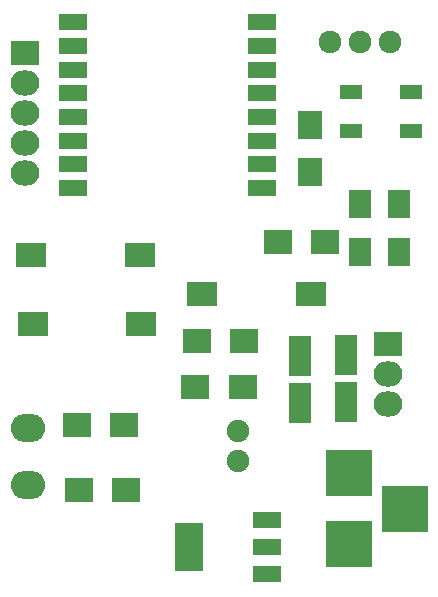
<source format=gts>
G04 #@! TF.FileFunction,Soldermask,Top*
%FSLAX46Y46*%
G04 Gerber Fmt 4.6, Leading zero omitted, Abs format (unit mm)*
G04 Created by KiCad (PCBNEW (2015-08-30 BZR 6134, Git 4e94d52)-product) date 03-Sep-15 9:45:36 PM*
%MOMM*%
G01*
G04 APERTURE LIST*
%ADD10C,0.100000*%
%ADD11R,2.100000X2.400000*%
%ADD12R,3.900120X3.900120*%
%ADD13R,2.400000X2.000000*%
%ADD14R,1.901140X3.399740*%
%ADD15R,1.924000X2.432000*%
%ADD16R,2.432000X2.127200*%
%ADD17O,2.432000X2.127200*%
%ADD18R,2.400000X2.100000*%
%ADD19C,1.924000*%
%ADD20R,2.580000X2.000000*%
%ADD21R,2.432000X4.057600*%
%ADD22R,2.432000X1.416000*%
%ADD23R,1.900000X1.300000*%
%ADD24O,2.899360X2.398980*%
%ADD25R,2.400000X1.400000*%
%ADD26C,1.901140*%
G04 APERTURE END LIST*
D10*
D11*
X165358000Y-90139000D03*
X165358000Y-86139000D03*
D12*
X168660000Y-115593860D03*
X168660000Y-121593340D03*
X173359000Y-118593600D03*
D13*
X145578000Y-111507000D03*
X149578000Y-111507000D03*
X145725320Y-117051820D03*
X149725320Y-117051820D03*
D14*
X164517260Y-105665000D03*
X164517260Y-109662960D03*
X168406000Y-105604040D03*
X168406000Y-109602000D03*
D15*
X172851000Y-92838000D03*
X169549000Y-92838000D03*
X172851000Y-96902000D03*
X169549000Y-96902000D03*
D16*
X171885800Y-104699800D03*
D17*
X171885800Y-107239800D03*
X171885800Y-109779800D03*
D16*
X141228000Y-80011000D03*
D17*
X141228000Y-82551000D03*
X141228000Y-85091000D03*
X141228000Y-87631000D03*
X141228000Y-90171000D03*
D18*
X155611000Y-108332000D03*
X159611000Y-108332000D03*
X159738000Y-104395000D03*
X155738000Y-104395000D03*
X162596000Y-96013000D03*
X166596000Y-96013000D03*
D19*
X169549000Y-79122000D03*
X172089000Y-79122000D03*
X167009000Y-79122000D03*
D20*
X156183570Y-100455680D03*
X165388430Y-100460320D03*
X151037430Y-103000320D03*
X141832570Y-102995680D03*
X141705570Y-97153680D03*
X150910430Y-97158320D03*
D21*
X155040520Y-121885440D03*
D22*
X161644520Y-121885440D03*
X161644520Y-119599440D03*
X161644520Y-124171440D03*
D23*
X173877000Y-86614000D03*
X173877000Y-83314000D03*
X168777000Y-83314000D03*
X168777000Y-86614000D03*
D24*
X141410880Y-111733060D03*
X141410880Y-116614940D03*
D25*
X161293000Y-91440000D03*
X161293000Y-89440000D03*
X161293000Y-87440000D03*
X161293000Y-85440000D03*
X161293000Y-83440000D03*
X161293000Y-81440000D03*
X161293000Y-79440000D03*
X161293000Y-77440000D03*
X145293000Y-91440000D03*
X145293000Y-89440000D03*
X145293000Y-87440000D03*
X145293000Y-85440000D03*
X145293000Y-83440000D03*
X145293000Y-81440000D03*
X145293000Y-79440000D03*
X145293000Y-77440000D03*
D26*
X159262000Y-112015000D03*
X159262000Y-114555000D03*
M02*

</source>
